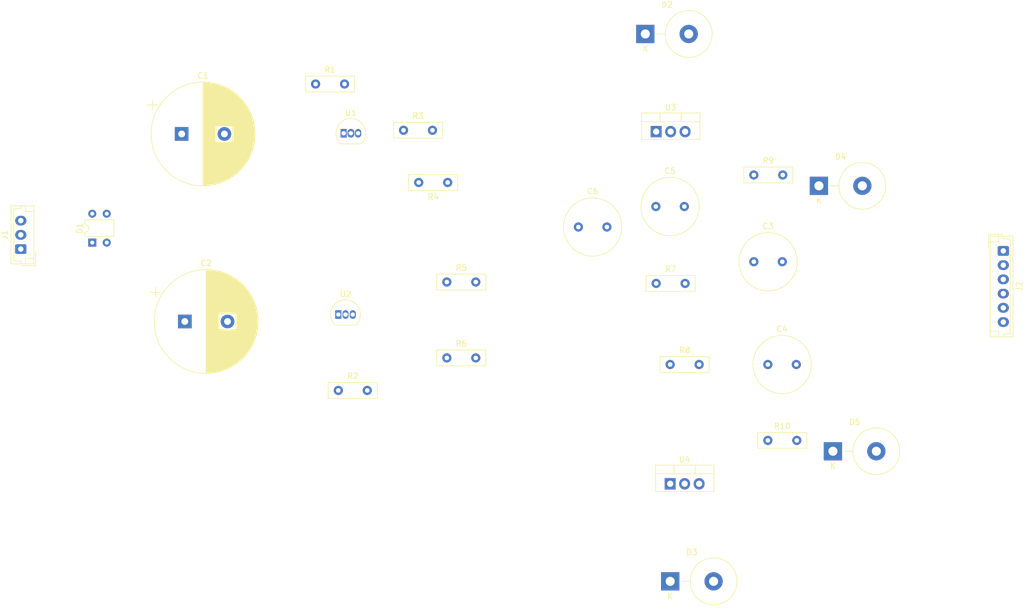
<source format=kicad_pcb>
(kicad_pcb (version 20211014) (generator pcbnew)
  (layers (0 "F.Cu" signal) (31 "B.Cu" signal) (34 "B.Paste" user) (35 "F.Paste" user) (36 "B.SilkS" user "B.Silkscreen") (37 "F.SilkS" user "F.Silkscreen") (38 "B.Mask" user) (39 "F.Mask" user) (44 "Edge.Cuts" user))
  (net 0 "")
  (net 1 "Net-(C1-Pad1)")
  (net 2 "GND")
  (net 3 "Net-(C2-Pad2)")
  (net 4 "Net-(C3-Pad1)")
  (net 5 "/V-1.25Ref")
  (net 6 "/V+1.25Ref")
  (net 7 "Net-(C4-Pad2)")
  (net 8 "/AC1")
  (net 9 "/AC2")
  (net 10 "/V+")
  (net 11 "/V-")
  (net 12 "Net-(R1-Pad2)")
  (net 13 "Net-(R2-Pad1)")
  (footprint "Package_TO_SOT_THT:TO-220-3_Vertical" (layer "F.Cu") (at 154.815 118.015)
    (fp_text reference "U4" (at 2.54 -4.27) (layer "F.SilkS"))
    (fp_text value "LM337_TO220")
    (pad "1" thru_hole rect (at 0 0) (size 1.905 2) (drill 1.1) (layers *.Cu *.Mask) (net 7 "Net-(C4-Pad2)"))
    (pad "2" thru_hole oval (at 2.54 0) (size 1.905 2) (drill 1.1) (layers *.Cu *.Mask) (net 3 "Net-(C2-Pad2)"))
    (pad "3" thru_hole oval (at 5.08 0) (size 1.905 2) (drill 1.1) (layers *.Cu *.Mask) (net 11 "/V-"))
  )
  (footprint "Resistor_THT:R_Box_L8.4mm_W2.5mm_P5.08mm" (layer "F.Cu") (at 152.355 82.81)
    (fp_text reference "R7" (at 2.54 -2.52) (layer "F.SilkS"))
    (fp_text value "R_Variable")
    (pad "1" thru_hole circle (at 0 0) (size 1.6 1.6) (drill 0.8) (layers *.Cu *.Mask) (net 4 "Net-(C3-Pad1)"))
    (pad "2" thru_hole circle (at 5.08 0) (size 1.6 1.6) (drill 0.8) (layers *.Cu *.Mask) (net 5 "/V-1.25Ref"))
  )
  (footprint "Capacitor_THT:CP_Radial_D18.0mm_P7.50mm" (layer "F.Cu") (at 69.6 89.5)
    (fp_text reference "C2" (at 3.75 -10.25) (layer "F.SilkS"))
    (fp_text value "1000u")
    (pad "1" thru_hole rect (at 0 0) (size 2.4 2.4) (drill 1.2) (layers *.Cu *.Mask) (net 2 "GND"))
    (pad "2" thru_hole circle (at 7.5 0) (size 2.4 2.4) (drill 1.2) (layers *.Cu *.Mask) (net 3 "Net-(C2-Pad2)"))
  )
  (footprint "Resistor_THT:R_Box_L8.4mm_W2.5mm_P5.08mm" (layer "F.Cu") (at 108 55.9)
    (fp_text reference "R3" (at 2.54 -2.52) (layer "F.SilkS"))
    (fp_text value "1k")
    (pad "1" thru_hole circle (at 0 0) (size 1.6 1.6) (drill 0.8) (layers *.Cu *.Mask) (net 12 "Net-(R1-Pad2)"))
    (pad "2" thru_hole circle (at 5.08 0) (size 1.6 1.6) (drill 0.8) (layers *.Cu *.Mask) (net 6 "/V+1.25Ref"))
  )
  (footprint "Package_TO_SOT_THT:TO-220-3_Vertical" (layer "F.Cu") (at 152.355 56.14)
    (fp_text reference "U3" (at 2.54 -4.27) (layer "F.SilkS"))
    (fp_text value "LM317_TO-220")
    (pad "1" thru_hole rect (at 0 0) (size 1.905 2) (drill 1.1) (layers *.Cu *.Mask) (net 4 "Net-(C3-Pad1)"))
    (pad "2" thru_hole oval (at 2.54 0) (size 1.905 2) (drill 1.1) (layers *.Cu *.Mask) (net 10 "/V+"))
    (pad "3" thru_hole oval (at 5.08 0) (size 1.905 2) (drill 1.1) (layers *.Cu *.Mask) (net 1 "Net-(C1-Pad1)"))
  )
  (footprint "Diode_THT:D_5KPW_P7.62mm_Vertical_KathodeUp" (layer "F.Cu") (at 180.93 65.665)
    (fp_text reference "D4" (at 3.81 -5.12) (layer "F.SilkS"))
    (fp_text value "D")
    (fp_text user "K" (at 0 2.6) (layer "F.SilkS"))
    (pad "1" thru_hole rect (at 0 0) (size 3.2 3.2) (drill 1.6) (layers *.Cu *.Mask) (net 10 "/V+"))
    (pad "2" thru_hole oval (at 7.62 0) (size 3.2 3.2) (drill 1.6) (layers *.Cu *.Mask) (net 4 "Net-(C3-Pad1)"))
  )
  (footprint "Capacitor_THT:C_Radial_D10.0mm_H12.5mm_P5.00mm" (layer "F.Cu") (at 171.96 97.06)
    (fp_text reference "C4" (at 2.5 -6.25) (layer "F.SilkS"))
    (fp_text value "10u")
    (pad "1" thru_hole circle (at 0 0) (size 1.6 1.6) (drill 0.8) (layers *.Cu *.Mask) (net 6 "/V+1.25Ref"))
    (pad "2" thru_hole circle (at 5 0) (size 1.6 1.6) (drill 0.8) (layers *.Cu *.Mask) (net 7 "Net-(C4-Pad2)"))
  )
  (footprint "Diode_THT:D_5KPW_P7.62mm_Vertical_KathodeUp" (layer "F.Cu") (at 150.45 38.98)
    (fp_text reference "D2" (at 3.81 -5.12) (layer "F.SilkS"))
    (fp_text value "D")
    (fp_text user "K" (at 0 2.6) (layer "F.SilkS"))
    (pad "1" thru_hole rect (at 0 0) (size 3.2 3.2) (drill 1.6) (layers *.Cu *.Mask) (net 1 "Net-(C1-Pad1)"))
    (pad "2" thru_hole oval (at 7.62 0) (size 3.2 3.2) (drill 1.6) (layers *.Cu *.Mask) (net 10 "/V+"))
  )
  (footprint "Resistor_THT:R_Box_L8.4mm_W2.5mm_P5.08mm" (layer "F.Cu") (at 115.6 82.565)
    (fp_text reference "R5" (at 2.54 -2.52) (layer "F.SilkS"))
    (fp_text value "1k")
    (pad "1" thru_hole circle (at 0 0) (size 1.6 1.6) (drill 0.8) (layers *.Cu *.Mask) (net 2 "GND"))
    (pad "2" thru_hole circle (at 5.08 0) (size 1.6 1.6) (drill 0.8) (layers *.Cu *.Mask) (net 5 "/V-1.25Ref"))
  )
  (footprint "Resistor_THT:R_Box_L8.4mm_W2.5mm_P5.08mm" (layer "F.Cu") (at 169.5 63.76)
    (fp_text reference "R9" (at 2.54 -2.52) (layer "F.SilkS"))
    (fp_text value "R")
    (pad "1" thru_hole circle (at 0 0) (size 1.6 1.6) (drill 0.8) (layers *.Cu *.Mask) (net 10 "/V+"))
    (pad "2" thru_hole circle (at 5.08 0) (size 1.6 1.6) (drill 0.8) (layers *.Cu *.Mask) (net 4 "Net-(C3-Pad1)"))
  )
  (footprint "Package_TO_SOT_THT:TO-92_Inline" (layer "F.Cu") (at 97.485 56.425)
    (fp_text reference "U1" (at 1.27 -3.56) (layer "F.SilkS"))
    (fp_text value "TL431LP")
    (pad "1" thru_hole rect (at 0 0) (size 1.05 1.5) (drill 0.75) (layers *.Cu *.Mask) (net 12 "Net-(R1-Pad2)"))
    (pad "2" thru_hole oval (at 1.27 0) (size 1.2 1.5) (drill 0.75) (layers *.Cu *.Mask) (net 2 "GND"))
    (pad "3" thru_hole oval (at 2.54 0) (size 1.05 1.5) (drill 0.75) (layers *.Cu *.Mask) (net 12 "Net-(R1-Pad2)"))
  )
  (footprint "Resistor_THT:R_Box_L8.4mm_W2.5mm_P5.08mm" (layer "F.Cu") (at 171.96 110.395)
    (fp_text reference "R10" (at 2.54 -2.52) (layer "F.SilkS"))
    (fp_text value "R")
    (pad "1" thru_hole circle (at 0 0) (size 1.6 1.6) (drill 0.8) (layers *.Cu *.Mask) (net 7 "Net-(C4-Pad2)"))
    (pad "2" thru_hole circle (at 5.08 0) (size 1.6 1.6) (drill 0.8) (layers *.Cu *.Mask) (net 11 "/V-"))
  )
  (footprint "Resistor_THT:R_Box_L8.4mm_W2.5mm_P5.08mm" (layer "F.Cu") (at 92.56 47.775)
    (fp_text reference "R1" (at 2.54 -2.52) (layer "F.SilkS"))
    (fp_text value "5k")
    (pad "1" thru_hole circle (at 0 0) (size 1.6 1.6) (drill 0.8) (layers *.Cu *.Mask) (net 1 "Net-(C1-Pad1)"))
    (pad "2" thru_hole circle (at 5.08 0) (size 1.6 1.6) (drill 0.8) (layers *.Cu *.Mask) (net 12 "Net-(R1-Pad2)"))
  )
  (footprint "Resistor_THT:R_Box_L8.4mm_W2.5mm_P5.08mm" (layer "F.Cu") (at 115.745 65.075 180)
    (fp_text reference "R4" (at 2.54 -2.52) (layer "F.SilkS"))
    (fp_text value "1k")
    (pad "1" thru_hole circle (at 0 0 180) (size 1.6 1.6) (drill 0.8) (layers *.Cu *.Mask) (net 6 "/V+1.25Ref"))
    (pad "2" thru_hole circle (at 5.08 0 180) (size 1.6 1.6) (drill 0.8) (layers *.Cu *.Mask) (net 2 "GND"))
  )
  (footprint "Diode_THT:D_5KPW_P7.62mm_Vertical_KathodeUp" (layer "F.Cu") (at 154.815 135.16)
    (fp_text reference "D3" (at 3.81 -5.12) (layer "F.SilkS"))
    (fp_text value "D")
    (fp_text user "K" (at 0 2.6) (layer "F.SilkS"))
    (pad "1" thru_hole rect (at 0 0) (size 3.2 3.2) (drill 1.6) (layers *.Cu *.Mask) (net 11 "/V-"))
    (pad "2" thru_hole oval (at 7.62 0) (size 3.2 3.2) (drill 1.6) (layers *.Cu *.Mask) (net 3 "Net-(C2-Pad2)"))
  )
  (footprint "Capacitor_THT:C_Radial_D10.0mm_H12.5mm_P5.00mm" (layer "F.Cu") (at 138.7 72.9)
    (fp_text reference "C6" (at 2.5 -6.25) (layer "F.SilkS"))
    (fp_text value "10u")
    (pad "1" thru_hole circle (at 0 0) (size 1.6 1.6) (drill 0.8) (layers *.Cu *.Mask) (net 2 "GND"))
    (pad "2" thru_hole circle (at 5 0) (size 1.6 1.6) (drill 0.8) (layers *.Cu *.Mask) (net 11 "/V-"))
  )
  (footprint "Resistor_THT:R_Box_L8.4mm_W2.5mm_P5.08mm" (layer "F.Cu") (at 115.6 95.9)
    (fp_text reference "R6" (at 2.54 -2.52) (layer "F.SilkS"))
    (fp_text value "1k")
    (pad "1" thru_hole circle (at 0 0) (size 1.6 1.6) (drill 0.8) (layers *.Cu *.Mask) (net 5 "/V-1.25Ref"))
    (pad "2" thru_hole circle (at 5.08 0) (size 1.6 1.6) (drill 0.8) (layers *.Cu *.Mask) (net 13 "Net-(R2-Pad1)"))
  )
  (footprint "Diode_THT:Diode_Bridge_DIP-4_W5.08mm_P2.54mm" (layer "F.Cu") (at 53.35 75.64 90)
    (fp_text reference "D1" (at 2.5 -2.2 90) (layer "F.SilkS"))
    (fp_text value "D_Bridge_+-AA")
    (pad "1" thru_hole rect (at 0 0 90) (size 1.4 1.4) (drill 0.7) (layers *.Cu *.Mask) (net 1 "Net-(C1-Pad1)"))
    (pad "2" thru_hole circle (at 0 2.54 90) (size 1.4 1.4) (drill 0.7) (layers *.Cu *.Mask) (net 3 "Net-(C2-Pad2)"))
    (pad "3" thru_hole circle (at 5.08 2.54 90) (size 1.4 1.4) (drill 0.7) (layers *.Cu *.Mask) (net 8 "/AC1"))
    (pad "4" thru_hole circle (at 5.08 0 90) (size 1.4 1.4) (drill 0.7) (layers *.Cu *.Mask) (net 9 "/AC2"))
  )
  (footprint "Resistor_THT:R_Box_L8.4mm_W2.5mm_P5.08mm" (layer "F.Cu") (at 154.815 97.06)
    (fp_text reference "R8" (at 2.54 -2.52) (layer "F.SilkS"))
    (fp_text value "R_Variable")
    (pad "1" thru_hole circle (at 0 0) (size 1.6 1.6) (drill 0.8) (layers *.Cu *.Mask) (net 6 "/V+1.25Ref"))
    (pad "2" thru_hole circle (at 5.08 0) (size 1.6 1.6) (drill 0.8) (layers *.Cu *.Mask) (net 7 "Net-(C4-Pad2)"))
  )
  (footprint "Resistor_THT:R_Box_L8.4mm_W2.5mm_P5.08mm" (layer "F.Cu") (at 96.55 101.615)
    (fp_text reference "R2" (at 2.54 -2.52) (layer "F.SilkS"))
    (fp_text value "5k")
    (pad "1" thru_hole circle (at 0 0) (size 1.6 1.6) (drill 0.8) (layers *.Cu *.Mask) (net 13 "Net-(R2-Pad1)"))
    (pad "2" thru_hole circle (at 5.08 0) (size 1.6 1.6) (drill 0.8) (layers *.Cu *.Mask) (net 3 "Net-(C2-Pad2)"))
  )
  (footprint "Capacitor_THT:C_Radial_D10.0mm_H12.5mm_P5.00mm" (layer "F.Cu") (at 169.5 79)
    (fp_text reference "C3" (at 2.5 -6.25) (layer "F.SilkS"))
    (fp_text value "10u")
    (pad "1" thru_hole circle (at 0 0) (size 1.6 1.6) (drill 0.8) (layers *.Cu *.Mask) (net 4 "Net-(C3-Pad1)"))
    (pad "2" thru_hole circle (at 5 0) (size 1.6 1.6) (drill 0.8) (layers *.Cu *.Mask) (net 5 "/V-1.25Ref"))
  )
  (footprint "Package_TO_SOT_THT:TO-92_Inline" (layer "F.Cu") (at 96.55 88.28)
    (fp_text reference "U2" (at 1.27 -3.56) (layer "F.SilkS"))
    (fp_text value "TL431LP")
    (pad "1" thru_hole rect (at 0 0) (size 1.05 1.5) (drill 0.75) (layers *.Cu *.Mask) (net 2 "GND"))
    (pad "2" thru_hole oval (at 1.27 0) (size 1.05 1.5) (drill 0.75) (layers *.Cu *.Mask) (net 13 "Net-(R2-Pad1)"))
    (pad "3" thru_hole oval (at 2.54 0) (size 1.05 1.5) (drill 0.75) (layers *.Cu *.Mask) (net 2 "GND"))
  )
  (footprint "Capacitor_THT:C_Radial_D10.0mm_H12.5mm_P5.00mm" (layer "F.Cu") (at 152.3 69.3)
    (fp_text reference "C5" (at 2.5 -6.25) (layer "F.SilkS"))
    (fp_text value "10u")
    (pad "1" thru_hole circle (at 0 0) (size 1.6 1.6) (drill 0.8) (layers *.Cu *.Mask) (net 10 "/V+"))
    (pad "2" thru_hole circle (at 5 0) (size 1.6 1.6) (drill 0.8) (layers *.Cu *.Mask) (net 2 "GND"))
  )
  (footprint "Connector_JST:JST_EH_B6B-EH-A_1x06_P2.50mm_Vertical" (layer "F.Cu") (at 213.3 77.1 -90)
    (fp_text reference "J2" (at 6.25 -2.8 90) (layer "F.SilkS"))
    (fp_text value "Conn_01x06_Male")
    (pad "1" thru_hole roundrect (at 0 0 270) (size 1.7 1.95) (drill 0.95) (layers *.Cu *.Mask) (roundrect_rratio 0.147059) (net 10 "/V+"))
    (pad "2" thru_hole oval (at 2.5 0 270) (size 1.7 1.95) (drill 0.95) (layers *.Cu *.Mask) (net 10 "/V+"))
    (pad "3" thru_hole oval (at 5 0 270) (size 1.7 1.95) (drill 0.95) (layers *.Cu *.Mask) (net 2 "GND"))
    (pad "4" thru_hole oval (at 7.5 0 270) (size 1.7 1.95) (drill 0.95) (layers *.Cu *.Mask) (net 2 "GND"))
    (pad "5" thru_hole oval (at 10 0 270) (size 1.7 1.95) (drill 0.95) (layers *.Cu *.Mask) (net 11 "/V-"))
    (pad "6" thru_hole oval (at 12.5 0 270) (size 1.7 1.95) (drill 0.95) (layers *.Cu *.Mask) (net 11 "/V-"))
  )
  (footprint "Diode_THT:D_5KPW_P7.62mm_Vertical_KathodeUp" (layer "F.Cu") (at 183.39 112.3)
    (fp_text reference "D5" (at 3.81 -5.12) (layer "F.SilkS"))
    (fp_text value "D")
    (fp_text user "K" (at 0 2.6) (layer "F.SilkS"))
    (pad "1" thru_hole rect (at 0 0) (size 3.2 3.2) (drill 1.6) (layers *.Cu *.Mask) (net 7 "Net-(C4-Pad2)"))
    (pad "2" thru_hole oval (at 7.62 0) (size 3.2 3.2) (drill 1.6) (layers *.Cu *.Mask) (net 11 "/V-"))
  )
  (footprint "Connector_JST:JST_EH_B3B-EH-A_1x03_P2.50mm_Vertical" (layer "F.Cu") (at 40.8 76.775 90)
    (fp_text reference "J1" (at 2.5 -2.8 90) (layer "F.SilkS"))
    (fp_text value "Conn_01x03_Male")
    (pad "1" thru_hole roundrect (at 0 0 90) (size 1.7 1.95) (drill 0.95) (layers *.Cu *.Mask) (roundrect_rratio 0.147059) (net 8 "/AC1"))
    (pad "2" thru_hole oval (at 2.5 0 90) (size 1.7 1.95) (drill 0.95) (layers *.Cu *.Mask) (net 2 "GND"))
    (pad "3" thru_hole oval (at 5 0 90) (size 1.7 1.95) (drill 0.95) (layers *.Cu *.Mask) (net 9 "/AC2"))
  )
  (footprint "Capacitor_THT:CP_Radial_D18.0mm_P7.50mm" (layer "F.Cu") (at 69.05 56.55)
    (fp_text reference "C1" (at 3.75 -10.25) (layer "F.SilkS"))
    (fp_text value "1000u")
    (pad "1" thru_hole rect (at 0 0) (size 2.4 2.4) (drill 1.2) (layers *.Cu *.Mask) (net 1 "Net-(C1-Pad1)"))
    (pad "2" thru_hole circle (at 7.5 0) (size 2.4 2.4) (drill 1.2) (layers *.Cu *.Mask) (net 2 "GND"))
  )
)
</source>
